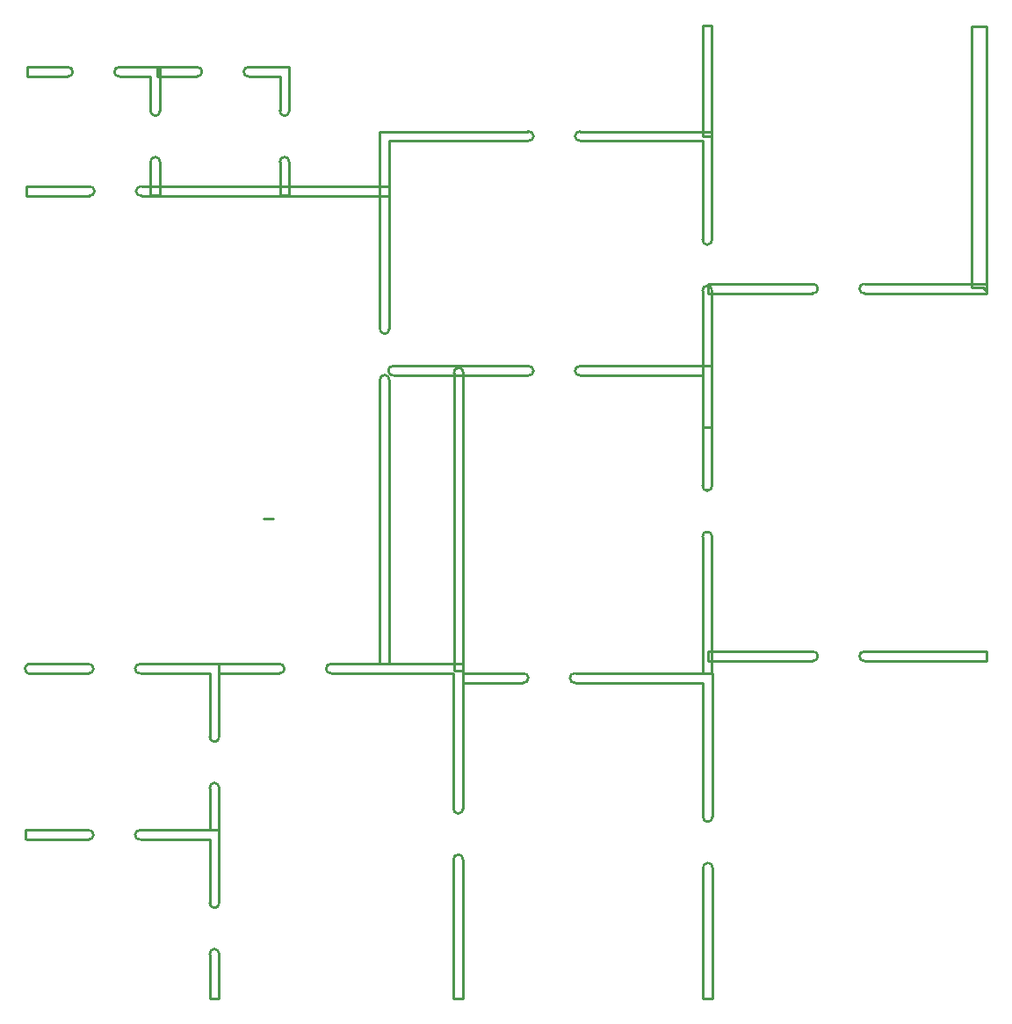
<source format=gko>
G04*
G04 #@! TF.GenerationSoftware,Altium Limited,Altium Designer,20.1.8 (145)*
G04*
G04 Layer_Color=16711935*
%FSLAX25Y25*%
%MOIN*%
G70*
G04*
G04 #@! TF.SameCoordinates,29347EB1-9AE6-4B45-909D-0775014661E7*
G04*
G04*
G04 #@! TF.FilePolarity,Positive*
G04*
G01*
G75*
%ADD13C,0.01000*%
D13*
X165097Y236365D02*
G03*
X161554Y236365I-1772J197D01*
G01*
X297638Y266535D02*
G03*
X297638Y270079I197J1772D01*
G01*
X317334D02*
G03*
X317334Y266535I-197J-1772D01*
G01*
X138583Y238976D02*
G03*
X138583Y235433I-197J-1772D01*
G01*
X95472Y335827D02*
G03*
X99016Y335827I1772J-197D01*
G01*
Y316339D02*
G03*
X95472Y316339I-1772J197D01*
G01*
X63976Y348819D02*
G03*
X63976Y352362I197J1772D01*
G01*
X83672D02*
G03*
X83672Y348819I-197J-1772D01*
G01*
X34657Y352362D02*
G03*
X34657Y348819I-197J-1772D01*
G01*
X14961D02*
G03*
X14961Y352362I197J1772D01*
G01*
X50000Y316339D02*
G03*
X46457Y316339I-1772J197D01*
G01*
Y335827D02*
G03*
X50000Y335827I1772J-197D01*
G01*
X259449Y267520D02*
G03*
X255906Y267520I-1772J197D01*
G01*
Y287008D02*
G03*
X259449Y287008I1772J-197D01*
G01*
X209460Y327953D02*
G03*
X209460Y324409I-197J-1772D01*
G01*
X189764D02*
G03*
X189764Y327953I197J1772D01*
G01*
X317334Y130709D02*
G03*
X317334Y127165I-197J-1772D01*
G01*
X297638D02*
G03*
X297638Y130709I197J1772D01*
G01*
X259449Y174213D02*
G03*
X255906Y174213I-1772J197D01*
G01*
Y193701D02*
G03*
X259449Y193701I1772J-197D01*
G01*
X209460Y238976D02*
G03*
X209460Y235433I-197J-1772D01*
G01*
X189764D02*
G03*
X189764Y238976I197J1772D01*
G01*
X137008Y233662D02*
G03*
X133465Y233662I-1772J197D01*
G01*
Y253150D02*
G03*
X137008Y253150I1772J-197D01*
G01*
X42924Y307087D02*
G03*
X42924Y303543I-197J-1772D01*
G01*
X23228D02*
G03*
X23228Y307087I197J1772D01*
G01*
X259646Y48622D02*
G03*
X256102Y48622I-1772J197D01*
G01*
Y68110D02*
G03*
X259646Y68110I1772J-197D01*
G01*
X207491Y122441D02*
G03*
X207491Y118898I-197J-1772D01*
G01*
X187795D02*
G03*
X187795Y122441I197J1772D01*
G01*
X95276Y122441D02*
G03*
X95276Y125984I197J1772D01*
G01*
X72441Y122441D02*
G03*
X72441Y125984I-12916805J1772D01*
G01*
X114972D02*
G03*
X114972Y122441I-197J-1772D01*
G01*
X161417Y71260D02*
G03*
X164961Y71260I1772J-197D01*
G01*
Y51772D02*
G03*
X161417Y51772I-1772J197D01*
G01*
X22835Y122441D02*
G03*
X22835Y125984I197J1772D01*
G01*
X0D02*
G03*
X0Y122441I722J-1772D01*
G01*
X42531Y125984D02*
G03*
X42531Y122441I-197J-1772D01*
G01*
X68898Y98425D02*
G03*
X72441Y98425I1772J-197D01*
G01*
Y78937D02*
G03*
X68898Y78937I-1772J197D01*
G01*
X72441Y15945D02*
G03*
X68898Y15945I-1772J197D01*
G01*
Y35433D02*
G03*
X72441Y35433I1772J-197D01*
G01*
X42531Y62992D02*
G03*
X42531Y59449I-197J-1772D01*
G01*
X-787D02*
G03*
X-787Y62992I-12916805J1772D01*
G01*
X22835Y59449D02*
G03*
X22835Y62992I197J1772D01*
G01*
X255906Y122441D02*
Y174213D01*
X259449Y122441D02*
Y174213D01*
X207491Y122441D02*
X259646D01*
X363779Y272180D02*
Y275308D01*
Y267520D02*
Y270648D01*
Y290819D02*
Y293947D01*
Y286159D02*
Y289287D01*
Y290819D01*
Y270648D02*
Y272180D01*
Y365376D02*
Y367717D01*
Y360716D02*
Y363844D01*
Y365376D01*
Y342077D02*
Y349865D01*
Y360716D01*
Y275308D02*
Y286159D01*
Y293947D02*
Y342077D01*
X357874Y367717D02*
X363779D01*
X255906Y368110D02*
X259449D01*
Y325984D02*
Y368110D01*
X255906Y325984D02*
X259449D01*
X255906D02*
Y368110D01*
X357874Y268898D02*
X362402D01*
X363779Y267520D01*
X357874Y293307D02*
Y367717D01*
X317334Y270079D02*
X363779D01*
Y266535D02*
Y270079D01*
X357874Y268898D02*
Y293307D01*
X165097Y123622D02*
Y236365D01*
X161554Y123622D02*
Y236365D01*
Y123622D02*
X165097D01*
X152463Y125984D02*
X164961D01*
X114972D02*
X127469D01*
X257874Y266535D02*
X297638D01*
X257874Y270079D02*
X297638D01*
X317334Y266535D02*
X363779D01*
X257874D02*
Y270079D01*
X363779Y127165D02*
Y130709D01*
X137008Y303543D02*
Y307087D01*
X42924D02*
X137008D01*
Y324409D01*
X189764D01*
X137008Y253150D02*
Y298425D01*
Y305512D01*
X133465Y303543D02*
Y327953D01*
Y303543D02*
X137008D01*
X95472Y335827D02*
Y348819D01*
X99016Y335827D02*
Y352362D01*
Y303937D02*
Y316339D01*
X95472Y303937D02*
Y316339D01*
Y303937D02*
X99016D01*
X83672Y352362D02*
X99016D01*
X49016Y352362D02*
X63976D01*
X83672Y348819D02*
X95472D01*
X49016D02*
X63976D01*
X49016D02*
Y352362D01*
X-394Y348819D02*
Y352362D01*
Y348819D02*
X14961D01*
X34657D02*
X46457D01*
X-394Y352362D02*
X14961D01*
X34657Y352362D02*
X50000D01*
X46457Y303937D02*
X50000D01*
X46457D02*
Y316339D01*
X50000Y303937D02*
Y316339D01*
Y335827D02*
Y352362D01*
X46457Y335827D02*
Y348819D01*
X209460Y324409D02*
X255906D01*
Y287008D02*
Y324410D01*
Y215748D02*
X259449D01*
X255906D02*
Y267520D01*
X259449Y215748D02*
Y267520D01*
X209460Y327953D02*
X259449D01*
Y287008D02*
Y327953D01*
X133465Y327953D02*
X189764D01*
X257874Y127165D02*
Y130709D01*
X317334Y130709D02*
X363779D01*
X317334Y127165D02*
X363779D01*
X257874Y130709D02*
X297638D01*
X257874Y127165D02*
X297638D01*
X259449Y193701D02*
Y238976D01*
X255906Y193701D02*
Y235433D01*
X209460Y238976D02*
X259449D01*
X209460Y235433D02*
X255906D01*
Y122441D02*
X259449D01*
X138583Y238976D02*
X189764D01*
X138583Y235433D02*
X189764D01*
X133465Y125984D02*
X137008D01*
X-787Y303543D02*
Y307087D01*
X89370Y181102D02*
X92913D01*
X133465Y125984D02*
Y233662D01*
X137008Y125984D02*
Y233662D01*
X133465Y253150D02*
Y303543D01*
X42924Y303543D02*
X133465D01*
X-787Y307087D02*
X23228D01*
X-787Y303543D02*
X23228D01*
X164961Y118898D02*
Y122441D01*
X256102Y-787D02*
X259646D01*
X256102D02*
Y48622D01*
X259646Y-787D02*
Y48622D01*
Y68110D02*
Y122441D01*
X256102Y68110D02*
Y118898D01*
X207491Y118898D02*
X256102D01*
X164961Y122441D02*
X187795D01*
X164961Y118898D02*
X187795D01*
X72441Y122441D02*
X95276D01*
X72441Y125984D02*
X95276D01*
X114972Y122441D02*
X161417D01*
X161417Y71260D02*
Y122441D01*
X164961Y71260D02*
Y125984D01*
X127469D02*
X152463D01*
X164961Y-787D02*
Y51772D01*
X161417Y-787D02*
Y51772D01*
Y-787D02*
X164961D01*
X0Y122441D02*
X22835D01*
X0Y125984D02*
X22835D01*
X42531Y122441D02*
X68898D01*
Y98425D02*
Y122441D01*
X72441Y98425D02*
Y125591D01*
X42531Y125984D02*
X72441D01*
Y62992D02*
Y78937D01*
X68898Y62992D02*
Y78937D01*
Y62992D02*
X72441D01*
X68898Y-787D02*
X72441D01*
X68898D02*
Y15945D01*
X72441Y-787D02*
X72441Y-787D01*
Y15945D01*
Y62599D02*
Y62992D01*
X42531D02*
X72441D01*
Y35433D02*
Y62599D01*
X68898Y35433D02*
Y59449D01*
X42531D02*
X68898D01*
X-787Y62992D02*
X22835D01*
X-787Y59449D02*
X22835D01*
M02*

</source>
